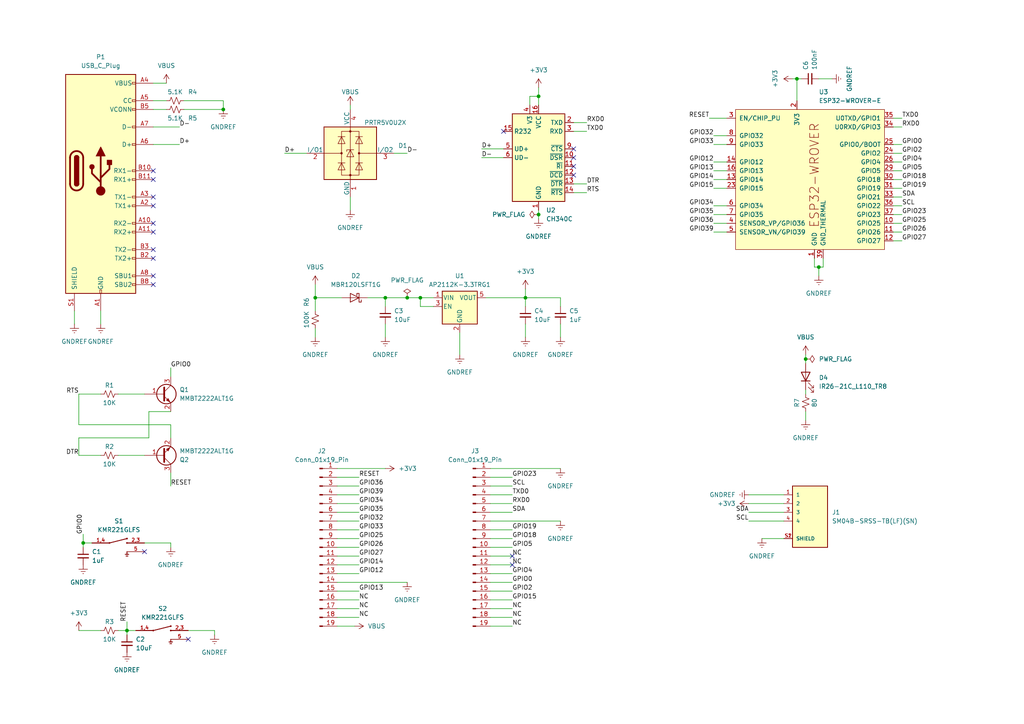
<source format=kicad_sch>
(kicad_sch (version 20230121) (generator eeschema)
  (paper "A4")
  (lib_symbols
    (symbol "Connector:Conn_01x19_Pin" (pin_names (offset 1.016) hide)
      (property "Reference" "J" (at 0 25.4 0))
      (property "Value" "Conn_01x19_Pin" (at 0 -25.4 0))
      (symbol "Conn_01x19_Pin_1_1"
        (polyline (pts (xy 1.27 -22.86) (xy 0.8636 -22.86)) (stroke (width 0.1524)))
        (polyline (pts (xy 1.27 -20.32) (xy 0.8636 -20.32)) (stroke (width 0.1524)))
        (polyline (pts (xy 1.27 -17.78) (xy 0.8636 -17.78)) (stroke (width 0.1524)))
        (polyline (pts (xy 1.27 -15.24) (xy 0.8636 -15.24)) (stroke (width 0.1524)))
        (polyline (pts (xy 1.27 -12.7) (xy 0.8636 -12.7)) (stroke (width 0.1524)))
        (polyline (pts (xy 1.27 -10.16) (xy 0.8636 -10.16)) (stroke (width 0.1524)))
        (polyline (pts (xy 1.27 -7.62) (xy 0.8636 -7.62)) (stroke (width 0.1524)))
        (polyline (pts (xy 1.27 -5.08) (xy 0.8636 -5.08)) (stroke (width 0.1524)))
        (polyline (pts (xy 1.27 -2.54) (xy 0.8636 -2.54)) (stroke (width 0.1524)))
        (polyline (pts (xy 1.27 0) (xy 0.8636 0)) (stroke (width 0.1524)))
        (polyline (pts (xy 1.27 2.54) (xy 0.8636 2.54)) (stroke (width 0.1524)))
        (polyline (pts (xy 1.27 5.08) (xy 0.8636 5.08)) (stroke (width 0.1524)))
        (polyline (pts (xy 1.27 7.62) (xy 0.8636 7.62)) (stroke (width 0.1524)))
        (polyline (pts (xy 1.27 10.16) (xy 0.8636 10.16)) (stroke (width 0.1524)))
        (polyline (pts (xy 1.27 12.7) (xy 0.8636 12.7)) (stroke (width 0.1524)))
        (polyline (pts (xy 1.27 15.24) (xy 0.8636 15.24)) (stroke (width 0.1524)))
        (polyline (pts (xy 1.27 17.78) (xy 0.8636 17.78)) (stroke (width 0.1524)))
        (polyline (pts (xy 1.27 20.32) (xy 0.8636 20.32)) (stroke (width 0.1524)))
        (polyline (pts (xy 1.27 22.86) (xy 0.8636 22.86)) (stroke (width 0.1524)))
        (rectangle (start 0.8636 -22.733) (end 0 -22.987) (stroke (width 0.1524)) (fill (type outline)))
        (rectangle (start 0.8636 -20.193) (end 0 -20.447) (stroke (width 0.1524)) (fill (type outline)))
        (rectangle (start 0.8636 -17.653) (end 0 -17.907) (stroke (width 0.1524)) (fill (type outline)))
        (rectangle (start 0.8636 -15.113) (end 0 -15.367) (stroke (width 0.1524)) (fill (type outline)))
        (rectangle (start 0.8636 -12.573) (end 0 -12.827) (stroke (width 0.1524)) (fill (type outline)))
        (rectangle (start 0.8636 -10.033) (end 0 -10.287) (stroke (width 0.1524)) (fill (type outline)))
        (rectangle (start 0.8636 -7.493) (end 0 -7.747) (stroke (width 0.1524)) (fill (type outline)))
        (rectangle (start 0.8636 -4.953) (end 0 -5.207) (stroke (width 0.1524)) (fill (type outline)))
        (rectangle (start 0.8636 -2.413) (end 0 -2.667) (stroke (width 0.1524)) (fill (type outline)))
        (rectangle (start 0.8636 0.127) (end 0 -0.127) (stroke (width 0.1524)) (fill (type outline)))
        (rectangle (start 0.8636 2.667) (end 0 2.413) (stroke (width 0.1524)) (fill (type outline)))
        (rectangle (start 0.8636 5.207) (end 0 4.953) (stroke (width 0.1524)) (fill (type outline)))
        (rectangle (start 0.8636 7.747) (end 0 7.493) (stroke (width 0.1524)) (fill (type outline)))
        (rectangle (start 0.8636 10.287) (end 0 10.033) (stroke (width 0.1524)) (fill (type outline)))
        (rectangle (start 0.8636 12.827) (end 0 12.573) (stroke (width 0.1524)) (fill (type outline)))
        (rectangle (start 0.8636 15.367) (end 0 15.113) (stroke (width 0.1524)) (fill (type outline)))
        (rectangle (start 0.8636 17.907) (end 0 17.653) (stroke (width 0.1524)) (fill (type outline)))
        (rectangle (start 0.8636 20.447) (end 0 20.193) (stroke (width 0.1524)) (fill (type outline)))
        (rectangle (start 0.8636 22.987) (end 0 22.733) (stroke (width 0.1524)) (fill (type outline)))
        (pin passive line (at 5.08 22.86 180) (length 3.81) (name "Pin_1") (number "1"))
        (pin passive line (at 5.08 0 180) (length 3.81) (name "Pin_10") (number "10"))
        (pin passive line (at 5.08 -2.54 180) (length 3.81) (name "Pin_11") (number "11"))
        (pin passive line (at 5.08 -5.08 180) (length 3.81) (name "Pin_12") (number "12"))
        (pin passive line (at 5.08 -7.62 180) (length 3.81) (name "Pin_13") (number "13"))
        (pin passive line (at 5.08 -10.16 180) (length 3.81) (name "Pin_14") (number "14"))
        (pin passive line (at 5.08 -12.7 180) (length 3.81) (name "Pin_15") (number "15"))
        (pin passive line (at 5.08 -15.24 180) (length 3.81) (name "Pin_16") (number "16"))
        (pin passive line (at 5.08 -17.78 180) (length 3.81) (name "Pin_17") (number "17"))
        (pin passive line (at 5.08 -20.32 180) (length 3.81) (name "Pin_18") (number "18"))
        (pin passive line (at 5.08 -22.86 180) (length 3.81) (name "Pin_19") (number "19"))
        (pin passive line (at 5.08 20.32 180) (length 3.81) (name "Pin_2") (number "2"))
        (pin passive line (at 5.08 17.78 180) (length 3.81) (name "Pin_3") (number "3"))
        (pin passive line (at 5.08 15.24 180) (length 3.81) (name "Pin_4") (number "4"))
        (pin passive line (at 5.08 12.7 180) (length 3.81) (name "Pin_5") (number "5"))
        (pin passive line (at 5.08 10.16 180) (length 3.81) (name "Pin_6") (number "6"))
        (pin passive line (at 5.08 7.62 180) (length 3.81) (name "Pin_7") (number "7"))
        (pin passive line (at 5.08 5.08 180) (length 3.81) (name "Pin_8") (number "8"))
        (pin passive line (at 5.08 2.54 180) (length 3.81) (name "Pin_9") (number "9"))
      )
    )
    (symbol "Connector:USB_C_Plug" (pin_names (offset 1.016))
      (property "Reference" "P" (at -10.16 29.21 0))
      (property "Value" "USB_C_Plug" (at 10.16 29.21 0))
      (symbol "USB_C_Plug_0_0"
        (rectangle (start -0.254 -35.56) (end 0.254 -34.544))
        (rectangle (start 10.16 -32.766) (end 9.144 -33.274))
        (rectangle (start 10.16 -30.226) (end 9.144 -30.734))
        (rectangle (start 10.16 -25.146) (end 9.144 -25.654))
        (rectangle (start 10.16 -22.606) (end 9.144 -23.114))
        (rectangle (start 10.16 -17.526) (end 9.144 -18.034))
        (rectangle (start 10.16 -14.986) (end 9.144 -15.494))
        (rectangle (start 10.16 -9.906) (end 9.144 -10.414))
        (rectangle (start 10.16 -7.366) (end 9.144 -7.874))
        (rectangle (start 10.16 -2.286) (end 9.144 -2.794))
        (rectangle (start 10.16 0.254) (end 9.144 -0.254))
        (rectangle (start 10.16 7.874) (end 9.144 7.366))
        (rectangle (start 10.16 12.954) (end 9.144 12.446))
        (rectangle (start 10.16 18.034) (end 9.144 17.526))
        (rectangle (start 10.16 20.574) (end 9.144 20.066))
        (rectangle (start 10.16 25.654) (end 9.144 25.146))
      )
      (symbol "USB_C_Plug_0_1"
        (rectangle (start -10.16 27.94) (end 10.16 -35.56) (stroke (width 0.254)) (fill (type background)))
        (arc (start -8.89 -3.81) (mid -6.985 -5.7067) (end -5.08 -3.81) (stroke (width 0.508)))
        (arc (start -7.62 -3.81) (mid -6.985 -4.4423) (end -6.35 -3.81) (stroke (width 0.254)))
        (arc (start -7.62 -3.81) (mid -6.985 -4.4423) (end -6.35 -3.81) (stroke (width 0.254)) (fill (type outline)))
        (rectangle (start -7.62 -3.81) (end -6.35 3.81) (stroke (width 0.254)) (fill (type outline)))
        (arc (start -6.35 3.81) (mid -6.985 4.4423) (end -7.62 3.81) (stroke (width 0.254)))
        (arc (start -6.35 3.81) (mid -6.985 4.4423) (end -7.62 3.81) (stroke (width 0.254)) (fill (type outline)))
        (arc (start -5.08 3.81) (mid -6.985 5.7067) (end -8.89 3.81) (stroke (width 0.508)))
        (polyline (pts (xy -8.89 -3.81) (xy -8.89 3.81)) (stroke (width 0.508)))
        (polyline (pts (xy -5.08 3.81) (xy -5.08 -3.81)) (stroke (width 0.508)))
      )
      (symbol "USB_C_Plug_1_1"
        (circle (center -2.54 1.143) (radius 0.635) (stroke (width 0.254)) (fill (type outline)))
        (circle (center 0 -5.842) (radius 1.27) (fill (type outline)))
        (polyline (pts (xy 0 -5.842) (xy 0 4.318)) (stroke (width 0.508)))
        (polyline (pts (xy 0 -3.302) (xy -2.54 -0.762) (xy -2.54 0.508)) (stroke (width 0.508)))
        (polyline (pts (xy 0 -2.032) (xy 2.54 0.508) (xy 2.54 1.778)) (stroke (width 0.508)))
        (polyline (pts (xy -1.27 4.318) (xy 0 6.858) (xy 1.27 4.318) (xy -1.27 4.318)) (stroke (width 0.254)) (fill (type outline)))
        (rectangle (start 1.905 1.778) (end 3.175 3.048) (stroke (width 0.254)) (fill (type outline)))
        (pin passive line (at 0 -40.64 90) (length 5.08) (name "GND") (number "A1"))
        (pin bidirectional line (at 15.24 -15.24 180) (length 5.08) (name "RX2-") (number "A10"))
        (pin bidirectional line (at 15.24 -17.78 180) (length 5.08) (name "RX2+") (number "A11"))
        (pin passive line (at 0 -40.64 90) (length 5.08) hide (name "GND") (number "A12"))
        (pin bidirectional line (at 15.24 -10.16 180) (length 5.08) (name "TX1+") (number "A2"))
        (pin bidirectional line (at 15.24 -7.62 180) (length 5.08) (name "TX1-") (number "A3"))
        (pin passive line (at 15.24 25.4 180) (length 5.08) (name "VBUS") (number "A4"))
        (pin bidirectional line (at 15.24 20.32 180) (length 5.08) (name "CC") (number "A5"))
        (pin bidirectional line (at 15.24 7.62 180) (length 5.08) (name "D+") (number "A6"))
        (pin bidirectional line (at 15.24 12.7 180) (length 5.08) (name "D-") (number "A7"))
        (pin bidirectional line (at 15.24 -30.48 180) (length 5.08) (name "SBU1") (number "A8"))
        (pin passive line (at 15.24 25.4 180) (length 5.08) hide (name "VBUS") (number "A9"))
        (pin passive line (at 0 -40.64 90) (length 5.08) hide (name "GND") (number "B1"))
        (pin bidirectional line (at 15.24 0 180) (length 5.08) (name "RX1-") (number "B10"))
        (pin bidirectional line (at 15.24 -2.54 180) (length 5.08) (name "RX1+") (number "B11"))
        (pin passive line (at 0 -40.64 90) (length 5.08) hide (name "GND") (number "B12"))
        (pin bidirectional line (at 15.24 -25.4 180) (length 5.08) (name "TX2+") (number "B2"))
        (pin bidirectional line (at 15.24 -22.86 180) (length 5.08) (name "TX2-") (number "B3"))
        (pin passive line (at 15.24 25.4 180) (length 5.08) hide (name "VBUS") (number "B4"))
        (pin bidirectional line (at 15.24 17.78 180) (length 5.08) (name "VCONN") (number "B5"))
        (pin bidirectional line (at 15.24 -33.02 180) (length 5.08) (name "SBU2") (number "B8"))
        (pin passive line (at 15.24 25.4 180) (length 5.08) hide (name "VBUS") (number "B9"))
        (pin passive line (at -7.62 -40.64 90) (length 5.08) (name "SHIELD") (number "S1"))
      )
    )
    (symbol "Device:C_Small" (pin_numbers hide) (pin_names (offset 0.254) hide)
      (property "Reference" "C" (at 0.254 1.778 0))
      (property "Value" "C_Small" (at 0.254 -2.032 0))
      (symbol "C_Small_0_1"
        (polyline (pts (xy -1.524 -0.508) (xy 1.524 -0.508)) (stroke (width 0.3302)))
        (polyline (pts (xy -1.524 0.508) (xy 1.524 0.508)) (stroke (width 0.3048)))
      )
      (symbol "C_Small_1_1"
        (pin passive line (at 0 2.54 270) (length 2.032) (name "~") (number "1"))
        (pin passive line (at 0 -2.54 90) (length 2.032) (name "~") (number "2"))
      )
    )
    (symbol "Device:R_Small_US" (pin_numbers hide) (pin_names (offset 0.254) hide)
      (property "Reference" "R" (at 0.762 0.508 0))
      (property "Value" "R_Small_US" (at 0.762 -1.016 0))
      (symbol "R_Small_US_1_1"
        (polyline (pts (xy 0 0) (xy 1.016 -0.381) (xy 0 -0.762) (xy -1.016 -1.143) (xy 0 -1.524)))
        (polyline (pts (xy 0 1.524) (xy 1.016 1.143) (xy 0 0.762) (xy -1.016 0.381) (xy 0 0)))
        (pin passive line (at 0 2.54 270) (length 1.016) (name "~") (number "1"))
        (pin passive line (at 0 -2.54 90) (length 1.016) (name "~") (number "2"))
      )
    )
    (symbol "Diode:MBR1020VL" (pin_numbers hide) (pin_names hide)
      (property "Reference" "D" (at 0 2.54 0))
      (property "Value" "MBR1020VL" (at 0 -2.54 0))
      (symbol "MBR1020VL_0_1"
        (polyline (pts (xy 1.27 0) (xy -1.27 0)))
        (polyline (pts (xy 1.27 1.27) (xy 1.27 -1.27) (xy -1.27 0) (xy 1.27 1.27)) (stroke (width 0.2032)))
        (polyline (pts (xy -1.905 0.635) (xy -1.905 1.27) (xy -1.27 1.27) (xy -1.27 -1.27) (xy -0.635 -1.27) (xy -0.635 -0.635)) (stroke (width 0.2032)))
      )
      (symbol "MBR1020VL_1_1"
        (pin passive line (at -3.81 0 0) (length 2.54) (name "K") (number "1"))
        (pin passive line (at 3.81 0 180) (length 2.54) (name "A") (number "2"))
      )
    )
    (symbol "ESP32:ESP32-WROVER-E" (pin_names (offset 1.016))
      (property "Reference" "U4" (at -8.89 25.4 0))
      (property "Value" "ESP32-WROVER-E" (at -8.89 22.86 0))
      (symbol "ESP32-WROVER-E_0_1"
        (rectangle (start -33.02 20.32) (end 10.16 -20.32) (fill (type background)))
      )
      (symbol "ESP32-WROVER-E_1_1"
        (text "ESP32-­WROVER" (at -10.16 1.27 900) (effects (font (size 2.54 2.54))))
        (pin power_in line (at -10.16 -22.86 90) (length 2.54) (name "GND") (number "1"))
        (pin bidirectional line (at 12.7 -12.7 180) (length 2.54) (name "GPIO25") (number "10"))
        (pin bidirectional line (at 12.7 -15.24 180) (length 2.54) (name "GPIO26") (number "11"))
        (pin bidirectional line (at 12.7 -17.78 180) (length 2.54) (name "GPIO27") (number "12"))
        (pin bidirectional line (at -35.56 0 0) (length 2.54) (name "GPIO14") (number "13"))
        (pin bidirectional line (at -35.56 5.08 0) (length 2.54) (name "GPIO12") (number "14"))
        (pin passive line (at -10.16 -22.86 90) (length 2.54) hide (name "GND") (number "15"))
        (pin bidirectional line (at -35.56 2.54 0) (length 2.54) (name "GPIO13") (number "16"))
        (pin power_in line (at -15.24 22.86 270) (length 2.54) (name "3V3") (number "2"))
        (pin bidirectional line (at -35.56 -2.54 0) (length 2.54) (name "GPIO15") (number "23"))
        (pin bidirectional line (at 12.7 7.62 180) (length 2.54) (name "GPIO2") (number "24"))
        (pin bidirectional line (at 12.7 10.16 180) (length 2.54) (name "GPIO0/BOOT") (number "25"))
        (pin bidirectional line (at 12.7 5.08 180) (length 2.54) (name "GPIO4") (number "26"))
        (pin bidirectional line (at 12.7 2.54 180) (length 2.54) (name "GPIO5") (number "29"))
        (pin input line (at -35.56 17.78 0) (length 2.54) (name "EN/CHIP_PU") (number "3"))
        (pin bidirectional line (at 12.7 0 180) (length 2.54) (name "GPIO18") (number "30"))
        (pin bidirectional line (at 12.7 -2.54 180) (length 2.54) (name "GPIO19") (number "31"))
        (pin bidirectional line (at 12.7 -5.08 180) (length 2.54) (name "GPIO21") (number "33"))
        (pin bidirectional line (at 12.7 15.24 180) (length 2.54) (name "U0RXD/GPIO3") (number "34"))
        (pin bidirectional line (at 12.7 17.78 180) (length 2.54) (name "U0TXD/GPIO1") (number "35"))
        (pin bidirectional line (at 12.7 -7.62 180) (length 2.54) (name "GPIO22") (number "36"))
        (pin bidirectional line (at 12.7 -10.16 180) (length 2.54) (name "GPIO23") (number "37"))
        (pin passive line (at -10.16 -22.86 90) (length 2.54) hide (name "GND") (number "38"))
        (pin power_in line (at -7.62 -22.86 90) (length 2.54) (name "GND_THERMAL") (number "39"))
        (pin input line (at -35.56 -12.7 0) (length 2.54) (name "SENSOR_VP/GPIO36") (number "4"))
        (pin input line (at -35.56 -15.24 0) (length 2.54) (name "SENSOR_VN/GPIO39") (number "5"))
        (pin input line (at -35.56 -7.62 0) (length 2.54) (name "GPIO34") (number "6"))
        (pin input line (at -35.56 -10.16 0) (length 2.54) (name "GPIO35") (number "7"))
        (pin bidirectional line (at -35.56 12.7 0) (length 2.54) (name "GPIO32") (number "8"))
        (pin bidirectional line (at -35.56 10.16 0) (length 2.54) (name "GPIO33") (number "9"))
      )
    )
    (symbol "Interface_USB:CH340C"
      (property "Reference" "U" (at -5.08 13.97 0))
      (property "Value" "CH340C" (at 1.27 13.97 0))
      (symbol "CH340C_0_1"
        (rectangle (start -7.62 12.7) (end 7.62 -12.7) (stroke (width 0.254)) (fill (type background)))
      )
      (symbol "CH340C_1_1"
        (pin power_in line (at 0 -15.24 90) (length 2.54) (name "GND") (number "1"))
        (pin input line (at 10.16 0 180) (length 2.54) (name "~{DSR}") (number "10"))
        (pin input line (at 10.16 -2.54 180) (length 2.54) (name "~{RI}") (number "11"))
        (pin input line (at 10.16 -5.08 180) (length 2.54) (name "~{DCD}") (number "12"))
        (pin output line (at 10.16 -7.62 180) (length 2.54) (name "~{DTR}") (number "13"))
        (pin output line (at 10.16 -10.16 180) (length 2.54) (name "~{RTS}") (number "14"))
        (pin input line (at -10.16 7.62 0) (length 2.54) (name "R232") (number "15"))
        (pin power_in line (at 0 15.24 270) (length 2.54) (name "VCC") (number "16"))
        (pin output line (at 10.16 10.16 180) (length 2.54) (name "TXD") (number "2"))
        (pin input line (at 10.16 7.62 180) (length 2.54) (name "RXD") (number "3"))
        (pin passive line (at -2.54 15.24 270) (length 2.54) (name "V3") (number "4"))
        (pin bidirectional line (at -10.16 2.54 0) (length 2.54) (name "UD+") (number "5"))
        (pin bidirectional line (at -10.16 0 0) (length 2.54) (name "UD-") (number "6"))
        (pin no_connect line (at -7.62 -7.62 0) (length 2.54) hide (name "NC") (number "7"))
        (pin no_connect line (at -7.62 -10.16 0) (length 2.54) hide (name "NC") (number "8"))
        (pin input line (at 10.16 2.54 180) (length 2.54) (name "~{CTS}") (number "9"))
      )
    )
    (symbol "KMR211GLFS:KMR221GLFS" (pin_names (offset 1.016))
      (property "Reference" "S1" (at 0.1905 6.35 0))
      (property "Value" "KMR221GLFS" (at 0.1905 3.81 0))
      (symbol "KMR221GLFS_0_0"
        (circle (center -2.54 0) (radius 0.127) (stroke (width 0.254)))
        (polyline (pts (xy -2.54 0) (xy 2.54 1.27)) (stroke (width 0.254)))
        (polyline (pts (xy 2.286 -3.81) (xy 2.794 -3.81)) (stroke (width 0.254)))
        (polyline (pts (xy 2.54 -3.302) (xy 2.032 -3.302)) (stroke (width 0.254)))
        (polyline (pts (xy 2.54 -3.302) (xy 3.048 -3.302)) (stroke (width 0.254)))
        (polyline (pts (xy 2.54 -2.54) (xy 2.54 -3.302)) (stroke (width 0.254)))
        (circle (center 2.54 0) (radius 0.127) (stroke (width 0.254)))
        (circle (center 2.54 1.27) (radius 0.127) (stroke (width 0.254)))
        (pin passive line (at 7.62 -2.54 180) (length 5.08) (name "~") (number "5"))
      )
      (symbol "KMR221GLFS_1_0"
        (pin passive line (at -7.62 0 0) (length 5.08) (name "~") (number ""))
        (pin passive line (at 7.62 0 180) (length 5.08) (name "~") (number ""))
        (pin passive line (at -7.62 0 0) (length 5.08) (name "~") (number "1,4"))
        (pin passive line (at 7.62 0 180) (length 5.08) (name "~") (number "2,3"))
      )
    )
    (symbol "LED:IR26-21C_L110_TR8" (pin_numbers hide) (pin_names (offset 1.016) hide)
      (property "Reference" "D" (at 0 2.54 0))
      (property "Value" "IR26-21C_L110_TR8" (at 0 -3.81 0))
      (symbol "IR26-21C_L110_TR8_0_1"
        (polyline (pts (xy -1.27 -1.27) (xy -1.27 1.27)) (stroke (width 0.254)))
        (polyline (pts (xy -1.27 0) (xy 1.27 0)))
        (polyline (pts (xy 1.27 -1.27) (xy 1.27 1.27) (xy -1.27 0) (xy 1.27 -1.27)) (stroke (width 0.254)))
        (polyline (pts (xy -3.048 -0.762) (xy -4.572 -2.286) (xy -3.81 -2.286) (xy -4.572 -2.286) (xy -4.572 -1.524)))
        (polyline (pts (xy -1.778 -0.762) (xy -3.302 -2.286) (xy -2.54 -2.286) (xy -3.302 -2.286) (xy -3.302 -1.524)))
      )
      (symbol "IR26-21C_L110_TR8_1_1"
        (pin passive line (at -3.81 0 0) (length 2.54) (name "K") (number "1"))
        (pin passive line (at 3.81 0 180) (length 2.54) (name "A") (number "2"))
      )
    )
    (symbol "Power_Protection:PRTR5V0U2X" (pin_names (offset 0))
      (property "Reference" "D" (at 2.794 8.636 0))
      (property "Value" "PRTR5V0U2X" (at 8.128 -9.398 0))
      (symbol "PRTR5V0U2X_0_1"
        (rectangle (start -7.62 -7.62) (end 7.62 7.62) (stroke (width 0.254)) (fill (type background)))
        (circle (center -2.54 0) (radius 0.254) (fill (type outline)))
        (rectangle (start -2.54 6.35) (end 2.54 -6.35))
        (circle (center 0 -6.35) (radius 0.254) (fill (type outline)))
        (polyline (pts (xy -2.54 0) (xy -7.62 0)))
        (polyline (pts (xy -1.524 -2.794) (xy -3.556 -2.794)))
        (polyline (pts (xy -1.524 4.826) (xy -3.556 4.826)))
        (polyline (pts (xy 0 -7.62) (xy 0 7.62)))
        (polyline (pts (xy 1.524 -2.794) (xy 3.556 -2.794)))
        (polyline (pts (xy 1.524 4.826) (xy 3.556 4.826)))
        (polyline (pts (xy 2.54 0) (xy 7.62 0)))
        (polyline (pts (xy 1.016 1.016) (xy -1.016 1.016) (xy -1.016 0.508)))
        (polyline (pts (xy -3.556 -4.826) (xy -1.524 -4.826) (xy -2.54 -2.794) (xy -3.556 -4.826)))
        (polyline (pts (xy -3.556 2.794) (xy -1.524 2.794) (xy -2.54 4.826) (xy -3.556 2.794)))
        (polyline (pts (xy -1.016 -1.016) (xy 1.016 -1.016) (xy 0 1.016) (xy -1.016 -1.016)))
        (polyline (pts (xy 3.556 -4.826) (xy 1.524 -4.826) (xy 2.54 -2.794) (xy 3.556 -4.826)))
        (polyline (pts (xy 3.556 2.794) (xy 1.524 2.794) (xy 2.54 4.826) (xy 3.556 2.794)))
        (circle (center 0 6.35) (radius 0.254) (fill (type outline)))
        (circle (center 2.54 0) (radius 0.254) (fill (type outline)))
      )
      (symbol "PRTR5V0U2X_1_1"
        (pin passive line (at 0 -12.7 90) (length 5.08) (name "GND") (number "1"))
        (pin passive line (at -12.7 0 0) (length 5.08) (name "I/O1") (number "2"))
        (pin passive line (at 12.7 0 180) (length 5.08) (name "I/O2") (number "3"))
        (pin passive line (at 0 12.7 270) (length 5.08) (name "VCC") (number "4"))
      )
    )
    (symbol "Regulator_Linear:AP2112K-3.3" (pin_names (offset 0.254))
      (property "Reference" "U" (at -5.08 5.715 0))
      (property "Value" "AP2112K-3.3" (at 0 5.715 0))
      (symbol "AP2112K-3.3_0_1"
        (rectangle (start -5.08 4.445) (end 5.08 -5.08) (stroke (width 0.254)) (fill (type background)))
      )
      (symbol "AP2112K-3.3_1_1"
        (pin power_in line (at -7.62 2.54 0) (length 2.54) (name "VIN") (number "1"))
        (pin power_in line (at 0 -7.62 90) (length 2.54) (name "GND") (number "2"))
        (pin input line (at -7.62 0 0) (length 2.54) (name "EN") (number "3"))
        (pin no_connect line (at 5.08 0 180) (length 2.54) hide (name "NC") (number "4"))
        (pin power_out line (at 7.62 2.54 180) (length 2.54) (name "VOUT") (number "5"))
      )
    )
    (symbol "SM04B-SRSSTB(LF)(SN):SM04B-SRSS-TB(LF)(SN)" (pin_names (offset 1.016))
      (property "Reference" "J" (at -5.0831 8.1433 0))
      (property "Value" "SM04B-SRSS-TB(LF)(SN)" (at -5.0835 -11.9557 0))
      (symbol "SM04B-SRSS-TB(LF)(SN)_0_0"
        (rectangle (start -5.08 -10.16) (end 5.08 7.62) (stroke (width 0.254)) (fill (type background)))
        (pin passive line (at -7.62 5.08 0) (length 2.54) (name "1") (number "1"))
        (pin passive line (at -7.62 2.54 0) (length 2.54) (name "2") (number "2"))
        (pin passive line (at -7.62 0 0) (length 2.54) (name "3") (number "3"))
        (pin passive line (at -7.62 -2.54 0) (length 2.54) (name "4") (number "4"))
        (pin passive line (at -7.62 -7.62 0) (length 2.54) (name "SHIELD") (number "S1"))
        (pin passive line (at -7.62 -7.62 0) (length 2.54) (name "SHIELD") (number "S2"))
      )
    )
    (symbol "Transistor_BJT:MMBT5551L" (pin_names (offset 0) hide)
      (property "Reference" "Q" (at 5.08 1.905 0))
      (property "Value" "MMBT5551L" (at 5.08 0 0))
      (symbol "MMBT5551L_0_1"
        (polyline (pts (xy 0.635 0.635) (xy 2.54 2.54)))
        (polyline (pts (xy 0.635 -0.635) (xy 2.54 -2.54) (xy 2.54 -2.54)))
        (polyline (pts (xy 0.635 1.905) (xy 0.635 -1.905) (xy 0.635 -1.905)) (stroke (width 0.508)))
        (polyline (pts (xy 1.27 -1.778) (xy 1.778 -1.27) (xy 2.286 -2.286) (xy 1.27 -1.778) (xy 1.27 -1.778)) (fill (type outline)))
        (circle (center 1.27 0) (radius 2.8194) (stroke (width 0.254)))
      )
      (symbol "MMBT5551L_1_1"
        (pin input line (at -5.08 0 0) (length 5.715) (name "B") (number "1"))
        (pin passive line (at 2.54 -5.08 90) (length 2.54) (name "E") (number "2"))
        (pin passive line (at 2.54 5.08 270) (length 2.54) (name "C") (number "3"))
      )
    )
    (symbol "power:+3V3" (power) (pin_names (offset 0))
      (property "Value" "+3V3" (at 0 3.556 0))
      (symbol "+3V3_0_1"
        (polyline (pts (xy -0.762 1.27) (xy 0 2.54)))
        (polyline (pts (xy 0 0) (xy 0 2.54)))
        (polyline (pts (xy 0 2.54) (xy 0.762 1.27)))
      )
      (symbol "+3V3_1_1"
        (pin power_in line (at 0 0 90) (length 0) hide (name "+3V3") (number "1"))
      )
    )
    (symbol "power:GNDREF" (power) (pin_names (offset 0))
      (property "Value" "GNDREF" (at 0 -3.81 0))
      (symbol "GNDREF_0_1"
        (polyline (pts (xy -0.635 -1.905) (xy 0.635 -1.905)))
        (polyline (pts (xy -0.127 -2.54) (xy 0.127 -2.54)))
        (polyline (pts (xy 0 -1.27) (xy 0 0)))
        (polyline (pts (xy 1.27 -1.27) (xy -1.27 -1.27)))
      )
      (symbol "GNDREF_1_1"
        (pin power_in line (at 0 0 270) (length 0) hide (name "GNDREF") (number "1"))
      )
    )
    (symbol "power:PWR_FLAG" (power) (pin_numbers hide) (pin_names (offset 0) hide)
      (property "Value" "PWR_FLAG" (at 0 3.81 0))
      (symbol "PWR_FLAG_0_0"
        (pin power_out line (at 0 0 90) (length 0) (name "pwr") (number "1"))
      )
      (symbol "PWR_FLAG_0_1"
        (polyline (pts (xy 0 0) (xy 0 1.27) (xy -1.016 1.905) (xy 0 2.54) (xy 1.016 1.905) (xy 0 1.27)))
      )
    )
    (symbol "power:VBUS" (power) (pin_names (offset 0))
      (property "Value" "VBUS" (at 0 3.81 0))
      (symbol "VBUS_0_1"
        (polyline (pts (xy -0.762 1.27) (xy 0 2.54)))
        (polyline (pts (xy 0 0) (xy 0 2.54)))
        (polyline (pts (xy 0 2.54) (xy 0.762 1.27)))
      )
      (symbol "VBUS_1_1"
        (pin power_in line (at 0 0 90) (length 0) hide (name "VBUS") (number "1"))
      )
    )
  )
  (junction (at 237.49 77.47))
  (junction (at 156.21 27.94))
  (junction (at 231.14 22.86))
  (junction (at 36.83 182.88))
  (junction (at 152.4 86.36))
  (junction (at 24.13 157.48))
  (junction (at 156.21 62.23))
  (junction (at 118.11 86.36))
  (junction (at 121.92 86.36))
  (junction (at 233.68 104.14))
  (junction (at 111.76 86.36))
  (junction (at 91.44 86.36))
  (junction (at 64.77 31.75))
  (no_connect (at 148.59 163.83))
  (no_connect (at 41.91 160.02))
  (no_connect (at 44.45 59.69))
  (no_connect (at 44.45 67.31))
  (no_connect (at 44.45 49.53))
  (no_connect (at 44.45 80.01))
  (no_connect (at 166.37 45.72))
  (no_connect (at 54.61 185.42))
  (no_connect (at 44.45 64.77))
  (no_connect (at 166.37 43.18))
  (no_connect (at 166.37 48.26))
  (no_connect (at 166.37 50.8))
  (no_connect (at 44.45 74.93))
  (no_connect (at 44.45 52.07))
  (no_connect (at 148.59 161.29))
  (no_connect (at 44.45 72.39))
  (no_connect (at 44.45 57.15))
  (no_connect (at 44.45 82.55))
  (no_connect (at 146.05 38.1))
  (wire (pts (xy 207.01 41.91) (xy 210.82 41.91)))
  (wire (pts (xy 22.86 114.3) (xy 29.21 114.3)))
  (wire (pts (xy 217.17 146.05) (xy 227.33 146.05)))
  (wire (pts (xy 125.73 88.9) (xy 121.92 88.9)))
  (wire (pts (xy 170.18 35.56) (xy 166.37 35.56)))
  (wire (pts (xy 148.59 168.91) (xy 142.24 168.91)))
  (wire (pts (xy 104.14 140.97) (xy 97.79 140.97)))
  (wire (pts (xy 152.4 97.79) (xy 152.4 93.98)))
  (wire (pts (xy 148.59 161.29) (xy 142.24 161.29)))
  (wire (pts (xy 52.07 41.91) (xy 44.45 41.91)))
  (wire (pts (xy 48.26 24.13) (xy 44.45 24.13)))
  (wire (pts (xy 49.53 106.68) (xy 49.53 109.22)))
  (wire (pts (xy 104.14 156.21) (xy 97.79 156.21)))
  (wire (pts (xy 97.79 168.91) (xy 118.11 168.91)))
  (wire (pts (xy 104.14 161.29) (xy 97.79 161.29)))
  (wire (pts (xy 261.62 59.69) (xy 259.08 59.69)))
  (wire (pts (xy 104.14 143.51) (xy 97.79 143.51)))
  (wire (pts (xy 148.59 173.99) (xy 142.24 173.99)))
  (wire (pts (xy 170.18 53.34) (xy 166.37 53.34)))
  (wire (pts (xy 217.17 148.59) (xy 227.33 148.59)))
  (wire (pts (xy 148.59 179.07) (xy 142.24 179.07)))
  (wire (pts (xy 148.59 176.53) (xy 142.24 176.53)))
  (wire (pts (xy 24.13 158.75) (xy 24.13 157.48)))
  (wire (pts (xy 104.14 173.99) (xy 97.79 173.99)))
  (wire (pts (xy 48.26 31.75) (xy 44.45 31.75)))
  (wire (pts (xy 121.92 88.9) (xy 121.92 86.36)))
  (wire (pts (xy 205.74 34.29) (xy 210.82 34.29)))
  (wire (pts (xy 104.14 138.43) (xy 97.79 138.43)))
  (wire (pts (xy 162.56 97.79) (xy 162.56 93.98)))
  (wire (pts (xy 148.59 140.97) (xy 142.24 140.97)))
  (wire (pts (xy 233.68 113.03) (xy 233.68 114.3)))
  (wire (pts (xy 139.7 43.18) (xy 146.05 43.18)))
  (wire (pts (xy 229.87 22.86) (xy 231.14 22.86)))
  (wire (pts (xy 148.59 143.51) (xy 142.24 143.51)))
  (wire (pts (xy 261.62 54.61) (xy 259.08 54.61)))
  (wire (pts (xy 261.62 69.85) (xy 259.08 69.85)))
  (wire (pts (xy 91.44 97.79) (xy 91.44 95.25)))
  (wire (pts (xy 82.55 44.45) (xy 88.9 44.45)))
  (wire (pts (xy 104.14 148.59) (xy 97.79 148.59)))
  (wire (pts (xy 104.14 176.53) (xy 97.79 176.53)))
  (wire (pts (xy 34.29 132.08) (xy 41.91 132.08)))
  (wire (pts (xy 162.56 86.36) (xy 152.4 86.36)))
  (wire (pts (xy 101.6 30.48) (xy 101.6 31.75)))
  (wire (pts (xy 207.01 62.23) (xy 210.82 62.23)))
  (wire (pts (xy 152.4 86.36) (xy 152.4 88.9)))
  (wire (pts (xy 104.14 146.05) (xy 97.79 146.05)))
  (wire (pts (xy 148.59 138.43) (xy 142.24 138.43)))
  (wire (pts (xy 148.59 158.75) (xy 142.24 158.75)))
  (wire (pts (xy 207.01 46.99) (xy 210.82 46.99)))
  (wire (pts (xy 207.01 67.31) (xy 210.82 67.31)))
  (wire (pts (xy 207.01 39.37) (xy 210.82 39.37)))
  (wire (pts (xy 22.86 127) (xy 22.86 132.08)))
  (wire (pts (xy 261.62 64.77) (xy 259.08 64.77)))
  (wire (pts (xy 152.4 86.36) (xy 140.97 86.36)))
  (wire (pts (xy 156.21 25.4) (xy 156.21 27.94)))
  (wire (pts (xy 52.07 36.83) (xy 44.45 36.83)))
  (wire (pts (xy 139.7 45.72) (xy 146.05 45.72)))
  (wire (pts (xy 217.17 151.13) (xy 227.33 151.13)))
  (wire (pts (xy 142.24 151.13) (xy 162.56 151.13)))
  (wire (pts (xy 156.21 27.94) (xy 156.21 30.48)))
  (wire (pts (xy 104.14 151.13) (xy 97.79 151.13)))
  (wire (pts (xy 24.13 154.94) (xy 24.13 157.48)))
  (wire (pts (xy 233.68 104.14) (xy 233.68 105.41)))
  (wire (pts (xy 34.29 114.3) (xy 41.91 114.3)))
  (wire (pts (xy 118.11 44.45) (xy 114.3 44.45)))
  (wire (pts (xy 34.29 182.88) (xy 36.83 182.88)))
  (wire (pts (xy 111.76 86.36) (xy 111.76 88.9)))
  (wire (pts (xy 148.59 148.59) (xy 142.24 148.59)))
  (wire (pts (xy 41.91 157.48) (xy 49.53 157.48)))
  (wire (pts (xy 233.68 102.87) (xy 233.68 104.14)))
  (wire (pts (xy 217.17 143.51) (xy 227.33 143.51)))
  (wire (pts (xy 49.53 140.97) (xy 49.53 137.16)))
  (wire (pts (xy 261.62 67.31) (xy 259.08 67.31)))
  (wire (pts (xy 148.59 171.45) (xy 142.24 171.45)))
  (wire (pts (xy 22.86 123.19) (xy 22.86 114.3)))
  (wire (pts (xy 36.83 184.15) (xy 36.83 182.88)))
  (wire (pts (xy 261.62 62.23) (xy 259.08 62.23)))
  (wire (pts (xy 21.59 93.98) (xy 21.59 90.17)))
  (wire (pts (xy 153.67 30.48) (xy 153.67 27.94)))
  (wire (pts (xy 104.14 163.83) (xy 97.79 163.83)))
  (wire (pts (xy 170.18 38.1) (xy 166.37 38.1)))
  (wire (pts (xy 102.87 181.61) (xy 97.79 181.61)))
  (wire (pts (xy 207.01 64.77) (xy 210.82 64.77)))
  (wire (pts (xy 106.68 86.36) (xy 111.76 86.36)))
  (wire (pts (xy 104.14 153.67) (xy 97.79 153.67)))
  (wire (pts (xy 152.4 83.82) (xy 152.4 86.36)))
  (wire (pts (xy 153.67 27.94) (xy 156.21 27.94)))
  (wire (pts (xy 22.86 132.08) (xy 29.21 132.08)))
  (wire (pts (xy 148.59 181.61) (xy 142.24 181.61)))
  (wire (pts (xy 121.92 86.36) (xy 125.73 86.36)))
  (wire (pts (xy 261.62 34.29) (xy 259.08 34.29)))
  (wire (pts (xy 133.35 102.87) (xy 133.35 96.52)))
  (wire (pts (xy 261.62 52.07) (xy 259.08 52.07)))
  (wire (pts (xy 207.01 54.61) (xy 210.82 54.61)))
  (wire (pts (xy 148.59 166.37) (xy 142.24 166.37)))
  (wire (pts (xy 36.83 182.88) (xy 39.37 182.88)))
  (wire (pts (xy 64.77 31.75) (xy 64.77 29.21)))
  (wire (pts (xy 111.76 135.89) (xy 97.79 135.89)))
  (wire (pts (xy 43.18 119.38) (xy 43.18 127)))
  (wire (pts (xy 53.34 31.75) (xy 64.77 31.75)))
  (wire (pts (xy 91.44 86.36) (xy 91.44 90.17)))
  (wire (pts (xy 49.53 158.75) (xy 49.53 157.48)))
  (wire (pts (xy 156.21 63.5) (xy 156.21 62.23)))
  (wire (pts (xy 148.59 156.21) (xy 142.24 156.21)))
  (wire (pts (xy 111.76 86.36) (xy 118.11 86.36)))
  (wire (pts (xy 118.11 86.36) (xy 121.92 86.36)))
  (wire (pts (xy 104.14 166.37) (xy 97.79 166.37)))
  (wire (pts (xy 91.44 82.55) (xy 91.44 86.36)))
  (wire (pts (xy 261.62 44.45) (xy 259.08 44.45)))
  (wire (pts (xy 231.14 22.86) (xy 232.41 22.86)))
  (wire (pts (xy 91.44 86.36) (xy 99.06 86.36)))
  (wire (pts (xy 111.76 97.79) (xy 111.76 93.98)))
  (wire (pts (xy 36.83 180.34) (xy 36.83 182.88)))
  (wire (pts (xy 62.23 184.15) (xy 62.23 182.88)))
  (wire (pts (xy 104.14 179.07) (xy 97.79 179.07)))
  (wire (pts (xy 162.56 88.9) (xy 162.56 86.36)))
  (wire (pts (xy 241.3 22.86) (xy 237.49 22.86)))
  (wire (pts (xy 236.22 77.47) (xy 237.49 77.47)))
  (wire (pts (xy 233.68 119.38) (xy 233.68 121.92)))
  (wire (pts (xy 29.21 90.17) (xy 29.21 93.98)))
  (wire (pts (xy 170.18 55.88) (xy 166.37 55.88)))
  (wire (pts (xy 156.21 62.23) (xy 156.21 60.96)))
  (wire (pts (xy 49.53 119.38) (xy 43.18 119.38)))
  (wire (pts (xy 207.01 52.07) (xy 210.82 52.07)))
  (wire (pts (xy 261.62 36.83) (xy 259.08 36.83)))
  (wire (pts (xy 64.77 29.21) (xy 53.34 29.21)))
  (wire (pts (xy 237.49 77.47) (xy 238.76 77.47)))
  (wire (pts (xy 48.26 29.21) (xy 44.45 29.21)))
  (wire (pts (xy 261.62 46.99) (xy 259.08 46.99)))
  (wire (pts (xy 236.22 74.93) (xy 236.22 77.47)))
  (wire (pts (xy 104.14 158.75) (xy 97.79 158.75)))
  (wire (pts (xy 43.18 127) (xy 22.86 127)))
  (wire (pts (xy 101.6 60.96) (xy 101.6 57.15)))
  (wire (pts (xy 261.62 57.15) (xy 259.08 57.15)))
  (wire (pts (xy 238.76 77.47) (xy 238.76 74.93)))
  (wire (pts (xy 261.62 49.53) (xy 259.08 49.53)))
  (wire (pts (xy 24.13 157.48) (xy 26.67 157.48)))
  (wire (pts (xy 237.49 77.47) (xy 237.49 80.01)))
  (wire (pts (xy 220.98 156.21) (xy 227.33 156.21)))
  (wire (pts (xy 148.59 153.67) (xy 142.24 153.67)))
  (wire (pts (xy 54.61 182.88) (xy 62.23 182.88)))
  (wire (pts (xy 207.01 49.53) (xy 210.82 49.53)))
  (wire (pts (xy 148.59 163.83) (xy 142.24 163.83)))
  (wire (pts (xy 261.62 41.91) (xy 259.08 41.91)))
  (wire (pts (xy 231.14 22.86) (xy 231.14 29.21)))
  (wire (pts (xy 49.53 127) (xy 49.53 123.19)))
  (wire (pts (xy 162.56 135.89) (xy 142.24 135.89)))
  (wire (pts (xy 49.53 123.19) (xy 22.86 123.19)))
  (wire (pts (xy 207.01 59.69) (xy 210.82 59.69)))
  (wire (pts (xy 104.14 171.45) (xy 97.79 171.45)))
  (wire (pts (xy 22.86 182.88) (xy 29.21 182.88)))
  (wire (pts (xy 148.59 146.05) (xy 142.24 146.05)))
  (label "RESET" (at 104.14 138.43 0))
  (label "GPIO0" (at 24.13 154.94 90))
  (label "GPIO13" (at 104.14 171.45 0))
  (label "GPIO14" (at 104.14 163.83 0))
  (label "SCL" (at 261.62 59.69 0))
  (label "GPIO5" (at 148.59 158.75 0))
  (label "SCL" (at 217.17 151.13 180))
  (label "GPIO34" (at 104.14 146.05 0))
  (label "GPIO27" (at 104.14 161.29 0))
  (label "GPIO39" (at 104.14 143.51 0))
  (label "D-" (at 52.07 36.83 0))
  (label "NC" (at 148.59 163.83 0))
  (label "SDA" (at 261.62 57.15 0))
  (label "GPIO27" (at 261.62 69.85 0))
  (label "GPIO25" (at 261.62 64.77 0))
  (label "GPIO32" (at 104.14 151.13 0))
  (label "RTS" (at 22.86 114.3 180))
  (label "RXD0" (at 261.62 36.83 0))
  (label "GPIO19" (at 148.59 153.67 0))
  (label "NC" (at 104.14 173.99 0))
  (label "NC" (at 148.59 179.07 0))
  (label "GPIO2" (at 261.62 44.45 0))
  (label "D-" (at 139.7 45.72 0))
  (label "RESET" (at 205.74 34.29 180))
  (label "GPIO26" (at 104.14 158.75 0))
  (label "GPIO18" (at 148.59 156.21 0))
  (label "GPIO18" (at 261.62 52.07 0))
  (label "D+" (at 139.7 43.18 0))
  (label "GPIO39" (at 207.01 67.31 180))
  (label "GPIO14" (at 207.01 52.07 180))
  (label "RXD0" (at 148.59 146.05 0))
  (label "GPIO34" (at 207.01 59.69 180))
  (label "SDA" (at 148.59 148.59 0))
  (label "GPIO13" (at 207.01 49.53 180))
  (label "RTS" (at 170.18 55.88 0))
  (label "GPIO2" (at 148.59 171.45 0))
  (label "GPIO4" (at 148.59 166.37 0))
  (label "GPIO33" (at 104.14 153.67 0))
  (label "NC" (at 148.59 181.61 0))
  (label "GPIO0" (at 49.53 106.68 0))
  (label "GPIO25" (at 104.14 156.21 0))
  (label "NC" (at 104.14 179.07 0))
  (label "SCL" (at 148.59 140.97 0))
  (label "GPIO23" (at 148.59 138.43 0))
  (label "GPIO5" (at 261.62 49.53 0))
  (label "GPIO26" (at 261.62 67.31 0))
  (label "GPIO33" (at 207.01 41.91 180))
  (label "GPIO4" (at 261.62 46.99 0))
  (label "GPIO19" (at 261.62 54.61 0))
  (label "RXD0" (at 170.18 35.56 0))
  (label "GPIO23" (at 261.62 62.23 0))
  (label "DTR" (at 22.86 132.08 180))
  (label "TXD0" (at 170.18 38.1 0))
  (label "NC" (at 148.59 161.29 0))
  (label "D+" (at 82.55 44.45 0))
  (label "GPIO15" (at 207.01 54.61 180))
  (label "GPIO15" (at 148.59 173.99 0))
  (label "RESET" (at 49.53 140.97 0))
  (label "SDA" (at 217.17 148.59 180))
  (label "GPIO0" (at 261.62 41.91 0))
  (label "GPIO36" (at 207.01 64.77 180))
  (label "D+" (at 52.07 41.91 0))
  (label "GPIO32" (at 207.01 39.37 180))
  (label "GPIO12" (at 207.01 46.99 180))
  (label "TXD0" (at 261.62 34.29 0))
  (label "TXD0" (at 148.59 143.51 0))
  (label "GPIO35" (at 104.14 148.59 0))
  (label "D-" (at 118.11 44.45 0))
  (label "NC" (at 104.14 176.53 0))
  (label "NC" (at 148.59 176.53 0))
  (label "RESET" (at 36.83 180.34 90))
  (label "GPIO12" (at 104.14 166.37 0))
  (label "GPIO0" (at 148.59 168.91 0))
  (label "DTR" (at 170.18 53.34 0))
  (label "GPIO36" (at 104.14 140.97 0))
  (label "GPIO35" (at 207.01 62.23 180))
  (symbol (lib_id "power:PWR_FLAG") (at 156.21 62.23 90) (unit 1)
    (property "Reference" "#FLG02" (effects hide))
    (property "Value" "PWR_FLAG" (at 152.4 62.23 90) (effects (justify left)))
  )
  (symbol (lib_id "power:GNDREF") (at 220.98 156.21 0) (unit 1)
    (property "Reference" "#PWR023" (effects hide))
    (property "Value" "GNDREF" (at 220.98 161.29 0))
  )
  (symbol (lib_id "power:GNDREF") (at 152.4 97.79 0) (unit 1)
    (property "Reference" "#PWR017" (effects hide))
    (property "Value" "GNDREF" (at 152.4 102.87 0))
  )
  (symbol (lib_id "power:VBUS") (at 48.26 24.13 0) (unit 1)
    (property "Reference" "#PWR06" (effects hide))
    (property "Value" "VBUS" (at 48.26 19.05 0))
  )
  (symbol (lib_id "Device:R_Small_US") (at 50.8 29.21 90) (unit 1)
    (property "Reference" "R4" (at 55.88 26.67 90))
    (property "Value" "5.1K" (at 50.8 26.67 90))
    (property "Footprint" "Resistor_SMD:R_0805_2012Metric_Pad1.20x1.40mm_HandSolder" (effects hide))
  )
  (symbol (lib_id "LED:IR26-21C_L110_TR8") (at 233.68 109.22 90) (unit 1)
    (property "Reference" "D4" (at 237.49 109.5375 90) (effects (justify right)))
    (property "Value" "IR26-21C_L110_TR8" (at 237.49 112.0775 90) (effects (justify right)))
    (property "Footprint" "LED_SMD:LED_1206_3216Metric_Pad1.42x1.75mm_HandSolder" (effects hide))
    (property "Datasheet" "http://www.everlight.com/file/ProductFile/IR26-21C-L110-TR8.pdf" (effects hide))
  )
  (symbol (lib_id "power:GNDREF") (at 111.76 97.79 0) (unit 1)
    (property "Reference" "#PWR014" (effects hide))
    (property "Value" "GNDREF" (at 111.76 102.87 0))
  )
  (symbol (lib_id "Diode:MBR1020VL") (at 102.87 86.36 180) (unit 1)
    (property "Reference" "D2" (at 103.1875 80.01 0))
    (property "Value" "MBR120LSFT1G" (at 103.1875 82.55 0))
    (property "Footprint" "Diode_SMD:D_SOD-123F" (effects hide))
    (property "Datasheet" "https://www.onsemi.com/pub/Collateral/MBR1020VL-D.PDF" (effects hide))
  )
  (symbol (lib_id "power:GNDREF") (at 156.21 63.5 0) (unit 1)
    (property "Reference" "#PWR019" (effects hide))
    (property "Value" "GNDREF" (at 156.21 68.58 0))
  )
  (symbol (lib_id "Interface_USB:CH340C") (at 156.21 45.72 0) (unit 1)
    (property "Reference" "U2" (at 158.4041 60.96 0) (effects (justify left)))
    (property "Value" "CH340C" (at 158.4041 63.5 0) (effects (justify left)))
    (property "Footprint" "Package_SO:SOIC-16_3.9x9.9mm_P1.27mm" (effects hide))
    (property "Datasheet" "https://datasheet.lcsc.com/szlcsc/Jiangsu-Qin-Heng-CH340C_C84681.pdf" (effects hide))
  )
  (symbol (lib_id "Device:R_Small_US") (at 91.44 92.71 180) (unit 1)
    (property "Reference" "R6" (at 88.9 87.63 90))
    (property "Value" "100K" (at 88.9 92.71 90))
    (property "Footprint" "Resistor_SMD:R_0805_2012Metric_Pad1.20x1.40mm_HandSolder" (effects hide))
  )
  (symbol (lib_id "power:GNDREF") (at 162.56 135.89 0) (unit 1)
    (property "Reference" "#PWR032" (effects hide))
    (property "Value" "GNDREF" (at 162.56 140.97 0))
  )
  (symbol (lib_id "power:+3V3") (at 22.86 182.88 0) (unit 1)
    (property "Reference" "#PWR02" (effects hide))
    (property "Value" "+3V3" (at 22.86 177.8 0))
  )
  (symbol (lib_id "power:GNDREF") (at 49.53 158.75 0) (unit 1)
    (property "Reference" "#PWR07" (effects hide))
    (property "Value" "GNDREF" (at 49.53 163.83 0))
  )
  (symbol (lib_id "Connector:USB_C_Plug") (at 29.21 49.53 0) (unit 1)
    (property "Reference" "P1" (at 29.21 16.51 0))
    (property "Value" "USB_C_Plug" (at 29.21 19.05 0))
    (property "Footprint" "Tesla_Lib:USB_C_Receptacle_XKB_U262-16XN-4BVC11" (effects hide))
    (property "Datasheet" "https://www.usb.org/sites/default/files/documents/usb_type-c.zip" (effects hide))
  )
  (symbol (lib_id "power:VBUS") (at 102.87 181.61 270) (unit 1)
    (property "Reference" "#PWR030" (effects hide))
    (property "Value" "VBUS" (at 106.68 181.61 90) (effects (justify left)))
  )
  (symbol (lib_id "power:GNDREF") (at 21.59 93.98 0) (unit 1)
    (property "Reference" "#PWR01" (effects hide))
    (property "Value" "GNDREF" (at 21.59 99.06 0))
  )
  (symbol (lib_id "power:GNDREF") (at 217.17 143.51 270) (unit 1)
    (property "Reference" "#PWR021" (effects hide))
    (property "Value" "GNDREF" (at 213.36 143.51 90) (effects (justify right)))
  )
  (symbol (lib_id "Power_Protection:PRTR5V0U2X") (at 101.6 44.45 0) (unit 1)
    (property "Reference" "D1" (at 116.84 42.2341 0))
    (property "Value" "PRTR5V0U2X" (at 111.76 35.56 0))
    (property "Footprint" "Package_TO_SOT_SMD:SOT-143" (effects hide))
    (property "Datasheet" "https://assets.nexperia.com/documents/data-sheet/PRTR5V0U2X.pdf" (effects hide))
  )
  (symbol (lib_id "power:+3V3") (at 156.21 25.4 0) (unit 1)
    (property "Reference" "#PWR018" (effects hide))
    (property "Value" "+3V3" (at 156.21 20.32 0))
  )
  (symbol (lib_id "Device:R_Small_US") (at 31.75 182.88 270) (unit 1)
    (property "Reference" "R3" (at 31.75 180.34 90))
    (property "Value" "10K" (at 31.75 185.42 90))
    (property "Footprint" "Resistor_SMD:R_0805_2012Metric_Pad1.20x1.40mm_HandSolder" (effects hide))
  )
  (symbol (lib_id "power:+3V3") (at 217.17 146.05 90) (unit 1)
    (property "Reference" "#PWR022" (effects hide))
    (property "Value" "+3V3" (at 213.36 146.05 90) (effects (justify left)))
  )
  (symbol (lib_id "SM04B-SRSSTB(LF)(SN):SM04B-SRSS-TB(LF)(SN)") (at 234.95 148.59 0) (unit 1)
    (property "Reference" "J1" (at 241.3 148.59 0) (effects (justify left)))
    (property "Value" "SM04B-SRSS-TB(LF)(SN)" (at 241.3 151.13 0) (effects (justify left)))
    (property "Footprint" "Tesla_Lib:JST_SM04B-SRSS-TB(LF)(SN)" (effects hide))
    (property "MF" "JST Sales" (effects hide))
    (property "Description" "\nConnector Header Surface Mount, Right Angle 4 position 0.039 (1.00mm)\n" (effects hide))
    (property "Package" "None" (effects hide))
    (property "Price" "None" (effects hide))
    (property "Check_prices" "https://www.snapeda.com/parts/SM04B-SRSS-TB(LF)(SN)/JST+Sales+America+Inc./view-part/?ref=eda" (effects hide))
    (property "STANDARD" "Manufacturer recommendations" (effects hide))
    (property "SnapEDA_Link" "https://www.snapeda.com/parts/SM04B-SRSS-TB(LF)(SN)/JST+Sales+America+Inc./view-part/?ref=snap" (effects hide))
    (property "MP" "SM04B-SRSS-TB(LF)(SN)" (effects hide))
    (property "Availability" "In Stock" (effects hide))
    (property "MANUFACTURER" "JST" (effects hide))
  )
  (symbol (lib_id "KMR211GLFS:KMR221GLFS") (at 34.29 157.48 0) (unit 1)
    (property "Reference" "S1" (at 34.4805 151.13 0))
    (property "Value" "KMR221GLFS" (at 34.4805 153.67 0))
    (property "Footprint" "Tesla_Lib:SW_KMR221GLFS" (effects hide))
    (property "MF" "C&K" (effects hide))
    (property "Description" "\nTactile Switch SPST-NO Top Actuated Surface Mount\n" (effects hide))
    (property "Package" "None" (effects hide))
    (property "Price" "None" (effects hide))
    (property "Check_prices" "https://www.snapeda.com/parts/KMR221GLFS/C%2526K/view-part/?ref=eda" (effects hide))
    (property "SnapEDA_Link" "https://www.snapeda.com/parts/KMR221GLFS/C%2526K/view-part/?ref=snap" (effects hide))
    (property "MP" "KMR221GLFS" (effects hide))
    (property "Purchase-URL" "https://www.snapeda.com/api/url_track_click_mouser/?unipart_id=347724&manufacturer=C&amp;K&part_name=KMR221GLFS&search_term=None" (effects hide))
    (property "Availability" "In Stock" (effects hide))
    (property "MANUFACTURER" "CnK" (effects hide))
  )
  (symbol (lib_id "Device:C_Small") (at 162.56 91.44 0) (unit 1)
    (property "Reference" "C5" (at 165.1 90.1763 0) (effects (justify left)))
    (property "Value" "1uF" (at 165.1 92.7163 0) (effects (justify left)))
    (property "Footprint" "Capacitor_SMD:C_0805_2012Metric_Pad1.18x1.45mm_HandSolder" (effects hide))
  )
  (symbol (lib_id "Device:R_Small_US") (at 31.75 114.3 270) (unit 1)
    (property "Reference" "R1" (at 31.75 111.76 90))
    (property "Value" "10K" (at 31.75 116.84 90))
    (property "Footprint" "Resistor_SMD:R_0805_2012Metric_Pad1.20x1.40mm_HandSolder" (effects hide))
  )
  (symbol (lib_id "power:GNDREF") (at 64.77 31.75 0) (unit 1)
    (property "Reference" "#PWR09" (effects hide))
    (property "Value" "GNDREF" (at 64.77 36.83 0))
  )
  (symbol (lib_id "ESP32:ESP32-WROVER-E") (at 246.38 52.07 0) (unit 1)
    (property "Reference" "U3" (at 237.49 26.67 0) (effects (justify left)))
    (property "Value" "ESP32-WROVER-E" (at 237.49 29.21 0) (effects (justify left)))
    (property "Footprint" "Tesla_Lib:ESP32-WROVER-E" (effects hide))
    (property "Datasheet" "https://www.espressif.com/sites/default/files/documentation/esp32-wrover-e_esp32-wrover-ie_datasheet_en.pdf" (effects hide))
  )
  (symbol (lib_id "Device:C_Small") (at 111.76 91.44 0) (unit 1)
    (property "Reference" "C3" (at 114.3 90.1763 0) (effects (justify left)))
    (property "Value" "10uF" (at 114.3 92.7163 0) (effects (justify left)))
    (property "Footprint" "Capacitor_SMD:C_0805_2012Metric_Pad1.18x1.45mm_HandSolder" (effects hide))
  )
  (symbol (lib_id "power:GNDREF") (at 101.6 60.96 0) (unit 1)
    (property "Reference" "#PWR013" (effects hide))
    (property "Value" "GNDREF" (at 101.6 66.04 0))
  )
  (symbol (lib_id "Device:R_Small_US") (at 50.8 31.75 90) (unit 1)
    (property "Reference" "R5" (at 55.88 34.29 90))
    (property "Value" "5.1K" (at 50.8 34.29 90))
    (property "Footprint" "Resistor_SMD:R_0805_2012Metric_Pad1.20x1.40mm_HandSolder" (effects hide))
  )
  (symbol (lib_id "power:GNDREF") (at 162.56 97.79 0) (unit 1)
    (property "Reference" "#PWR020" (effects hide))
    (property "Value" "GNDREF" (at 162.56 102.87 0))
  )
  (symbol (lib_id "Transistor_BJT:MMBT5551L") (at 46.99 114.3 0) (unit 1)
    (property "Reference" "Q1" (at 52.07 113.03 0) (effects (justify left)))
    (property "Value" "MMBT2222ALT1G" (at 52.07 115.57 0) (effects (justify left)))
    (property "Footprint" "Package_TO_SOT_SMD:SOT-23-3" (effects hide))
    (property "Datasheet" "www.onsemi.com/pub/Collateral/MMBT5550LT1-D.PDF" (effects hide))
  )
  (symbol (lib_id "Connector:Conn_01x19_Pin") (at 137.16 158.75 0) (unit 1)
    (property "Reference" "J3" (at 137.795 130.81 0))
    (property "Value" "Conn_01x19_Pin" (at 137.795 133.35 0))
    (property "Footprint" "Connector_PinHeader_2.54mm:PinHeader_1x19_P2.54mm_Vertical" (effects hide))
  )
  (symbol (lib_id "power:GNDREF") (at 24.13 163.83 0) (unit 1)
    (property "Reference" "#PWR03" (effects hide))
    (property "Value" "GNDREF" (at 24.13 168.91 0))
  )
  (symbol (lib_id "KMR211GLFS:KMR221GLFS") (at 46.99 182.88 0) (unit 1)
    (property "Reference" "S2" (at 47.1805 176.53 0))
    (property "Value" "KMR221GLFS" (at 47.1805 179.07 0))
    (property "Footprint" "Tesla_Lib:SW_KMR221GLFS" (effects hide))
    (property "MF" "C&K" (effects hide))
    (property "Description" "\nTactile Switch SPST-NO Top Actuated Surface Mount\n" (effects hide))
    (property "Package" "None" (effects hide))
    (property "Price" "None" (effects hide))
    (property "Check_prices" "https://www.snapeda.com/parts/KMR221GLFS/C%2526K/view-part/?ref=eda" (effects hide))
    (property "SnapEDA_Link" "https://www.snapeda.com/parts/KMR221GLFS/C%2526K/view-part/?ref=snap" (effects hide))
    (property "MP" "KMR221GLFS" (effects hide))
    (property "Purchase-URL" "https://www.snapeda.com/api/url_track_click_mouser/?unipart_id=347724&manufacturer=C&amp;K&part_name=KMR221GLFS&search_term=None" (effects hide))
    (property "Availability" "In Stock" (effects hide))
    (property "MANUFACTURER" "CnK" (effects hide))
  )
  (symbol (lib_id "power:VBUS") (at 101.6 30.48 0) (unit 1)
    (property "Reference" "#PWR012" (effects hide))
    (property "Value" "VBUS" (at 101.6 26.67 0))
  )
  (symbol (lib_id "Device:R_Small_US") (at 31.75 132.08 270) (unit 1)
    (property "Reference" "R2" (at 31.75 129.54 90))
    (property "Value" "10K" (at 31.75 134.62 90))
    (property "Footprint" "Resistor_SMD:R_0805_2012Metric_Pad1.20x1.40mm_HandSolder" (effects hide))
  )
  (symbol (lib_id "power:+3V3") (at 229.87 22.86 90) (unit 1)
    (property "Reference" "#PWR024" (effects hide))
    (property "Value" "+3V3" (at 224.79 22.86 0))
  )
  (symbol (lib_id "power:GNDREF") (at 133.35 102.87 0) (unit 1)
    (property "Reference" "#PWR015" (effects hide))
    (property "Value" "GNDREF" (at 133.35 107.95 0))
  )
  (symbol (lib_id "power:+3V3") (at 111.76 135.89 270) (unit 1)
    (property "Reference" "#PWR029" (effects hide))
    (property "Value" "+3V3" (at 115.57 135.89 90) (effects (justify left)))
  )
  (symbol (lib_id "Connector:Conn_01x19_Pin") (at 92.71 158.75 0) (unit 1)
    (property "Reference" "J2" (at 93.345 130.81 0))
    (property "Value" "Conn_01x19_Pin" (at 93.345 133.35 0))
    (property "Footprint" "Connector_PinHeader_2.54mm:PinHeader_1x19_P2.54mm_Vertical" (effects hide))
  )
  (symbol (lib_id "power:GNDREF") (at 29.21 93.98 0) (unit 1)
    (property "Reference" "#PWR04" (effects hide))
    (property "Value" "GNDREF" (at 29.21 99.06 0))
  )
  (symbol (lib_id "power:VBUS") (at 91.44 82.55 0) (unit 1)
    (property "Reference" "#PWR010" (effects hide))
    (property "Value" "VBUS" (at 91.44 77.47 0))
  )
  (symbol (lib_id "power:GNDREF") (at 233.68 121.92 0) (unit 1)
    (property "Reference" "#PWR035" (effects hide))
    (property "Value" "GNDREF" (at 233.68 127 0))
  )
  (symbol (lib_id "power:GNDREF") (at 62.23 184.15 0) (unit 1)
    (property "Reference" "#PWR08" (effects hide))
    (property "Value" "GNDREF" (at 62.23 189.23 0))
  )
  (symbol (lib_id "Device:C_Small") (at 36.83 186.69 0) (unit 1)
    (property "Reference" "C2" (at 39.37 185.4263 0) (effects (justify left)))
    (property "Value" "10uF" (at 39.37 187.9663 0) (effects (justify left)))
    (property "Footprint" "Capacitor_SMD:C_0805_2012Metric_Pad1.18x1.45mm_HandSolder" (effects hide))
  )
  (symbol (lib_id "power:GNDREF") (at 91.44 97.79 0) (unit 1)
    (property "Reference" "#PWR011" (effects hide))
    (property "Value" "GNDREF" (at 91.44 102.87 0))
  )
  (symbol (lib_id "power:GNDREF") (at 36.83 189.23 0) (unit 1)
    (property "Reference" "#PWR05" (effects hide))
    (property "Value" "GNDREF" (at 36.83 194.31 0))
  )
  (symbol (lib_id "power:GNDREF") (at 118.11 168.91 0) (unit 1)
    (property "Reference" "#PWR033" (effects hide))
    (property "Value" "GNDREF" (at 118.11 173.99 0))
  )
  (symbol (lib_id "power:+3V3") (at 152.4 83.82 0) (unit 1)
    (property "Reference" "#PWR016" (effects hide))
    (property "Value" "+3V3" (at 152.4 78.74 0))
  )
  (symbol (lib_id "Transistor_BJT:MMBT5551L") (at 46.99 132.08 0) (mirror x) (unit 1)
    (property "Reference" "Q2" (at 52.07 133.35 0) (effects (justify left)))
    (property "Value" "MMBT2222ALT1G" (at 52.07 130.81 0) (effects (justify left)))
    (property "Footprint" "Package_TO_SOT_SMD:SOT-23-3" (effects hide))
    (property "Datasheet" "www.onsemi.com/pub/Collateral/MMBT5550LT1-D.PDF" (effects hide))
  )
  (symbol (lib_id "power:PWR_FLAG") (at 118.11 86.36 0) (unit 1)
    (property "Reference" "#FLG01" (effects hide))
    (property "Value" "PWR_FLAG" (at 118.11 81.28 0))
  )
  (symbol (lib_id "Device:C_Small") (at 24.13 161.29 0) (unit 1)
    (property "Reference" "C1" (at 26.67 160.0263 0) (effects (justify left)))
    (property "Value" "1uF" (at 26.67 162.5663 0) (effects (justify left)))
    (property "Footprint" "Capacitor_SMD:C_0805_2012Metric_Pad1.18x1.45mm_HandSolder" (effects hide))
  )
  (symbol (lib_id "Device:R_Small_US") (at 233.68 116.84 0) (unit 1)
    (property "Reference" "R7" (at 231.14 116.84 90))
    (property "Value" "80" (at 236.22 116.84 90))
    (property "Footprint" "Resistor_SMD:R_0805_2012Metric_Pad1.20x1.40mm_HandSolder" (effects hide))
  )
  (symbol (lib_id "Regulator_Linear:AP2112K-3.3") (at 133.35 88.9 0) (unit 1)
    (property "Reference" "U1" (at 133.35 80.01 0))
    (property "Value" "AP2112K-3.3TRG1" (at 133.35 82.55 0))
    (property "Footprint" "Package_TO_SOT_SMD:SOT-23-5" (effects hide))
    (property "Datasheet" "https://www.diodes.com/assets/Datasheets/AP2112.pdf" (effects hide))
  )
  (symbol (lib_id "Device:C_Small") (at 152.4 91.44 0) (unit 1)
    (property "Reference" "C4" (at 154.94 90.1763 0) (effects (justify left)))
    (property "Value" "10uF" (at 154.94 92.7163 0) (effects (justify left)))
    (property "Footprint" "Capacitor_SMD:C_0805_2012Metric_Pad1.18x1.45mm_HandSolder" (effects hide))
  )
  (symbol (lib_id "Device:C_Small") (at 234.95 22.86 90) (unit 1)
    (property "Reference" "C6" (at 233.6863 20.32 0) (effects (justify left)))
    (property "Value" "100nF" (at 236.2263 20.32 0) (effects (justify left)))
    (property "Footprint" "Capacitor_SMD:C_0805_2012Metric_Pad1.18x1.45mm_HandSolder" (effects hide))
  )
  (symbol (lib_id "power:PWR_FLAG") (at 233.68 104.14 270) (unit 1)
    (property "Reference" "#FLG04" (effects hide))
    (property "Value" "PWR_FLAG" (at 237.49 104.14 90) (effects (justify left)))
  )
  (symbol (lib_id "power:VBUS") (at 233.68 102.87 0) (unit 1)
    (property "Reference" "#PWR034" (effects hide))
    (property "Value" "VBUS" (at 233.68 97.79 0))
  )
  (symbol (lib_id "power:GNDREF") (at 237.49 80.01 0) (unit 1)
    (property "Reference" "#PWR027" (effects hide))
    (property "Value" "GNDREF" (at 237.49 85.09 0))
  )
  (symbol (lib_id "power:GNDREF") (at 241.3 22.86 90) (unit 1)
    (property "Reference" "#PWR028" (effects hide))
    (property "Value" "GNDREF" (at 246.38 22.86 0))
  )
  (symbol (lib_id "power:GNDREF") (at 162.56 151.13 0) (unit 1)
    (property "Reference" "#PWR031" (effects hide))
    (property "Value" "GNDREF" (at 162.56 156.21 0))
  )
)
</source>
